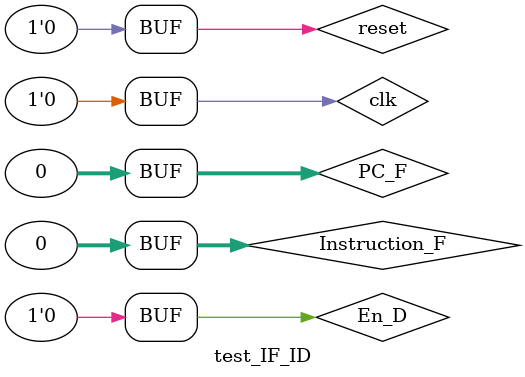
<source format=v>
`timescale 1ns / 1ps


module test_IF_ID;

	// Inputs
	reg [31:0] Instruction_F;
	reg [31:0] PC_F;
	reg clk;
	reg reset;
	reg En_D;

	// Outputs
	wire [31:0] PC_D;
	wire [31:0] Instruction_D;

	// Instantiate the Unit Under Test (UUT)
	IF_ID uut (
		.Instruction_F(Instruction_F), 
		.PC_F(PC_F), 
		.clk(clk), 
		.reset(reset), 
		.En_D(En_D), 
		.PC_D(PC_D), 
		.Instruction_D(Instruction_D)
	);

	initial begin
		// Initialize Inputs
		Instruction_F = 0;
		PC_F = 0;
		clk = 0;
		reset = 0;
		En_D = 0;

		// Wait 100 ns for global reset to finish
		#100;
        
		// Add stimulus here

	end
      
endmodule


</source>
